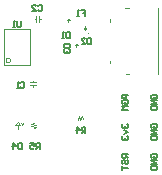
<source format=gbr>
%TF.GenerationSoftware,Altium Limited,Altium Designer,20.1.8 (145)*%
G04 Layer_Color=15790320*
%FSLAX45Y45*%
%MOMM*%
%TF.SameCoordinates,69C50D53-9BFA-4F85-B750-FB8D41B2BBF4*%
%TF.FilePolarity,Positive*%
%TF.FileFunction,Legend,Bot*%
%TF.Part,Single*%
G01*
G75*
%TA.AperFunction,NonConductor*%
%ADD26C,0.10000*%
%ADD27C,0.10160*%
%ADD28C,0.15000*%
D26*
X1088478Y1354076D02*
G03*
X1088478Y1354076I-5000J0D01*
G01*
X1279047Y1197022D02*
G03*
X1279047Y1197022I-5000J0D01*
G01*
X1152851Y1141675D02*
G03*
X1152851Y1141675I-5000J0D01*
G01*
X732748Y397779D02*
G03*
X732748Y397779I-5000J0D01*
G01*
D27*
X620841Y967524D02*
G03*
X620841Y967524I-20000J0D01*
G01*
X1865512Y849022D02*
Y1415022D01*
X1588251D02*
X1625512D01*
X1460512Y1297283D02*
Y1317284D01*
X1594778Y849022D02*
X1625512D01*
X1460512Y946022D02*
Y966022D01*
X1108476Y1293875D02*
Y1321815D01*
X1121176Y1309115D01*
X1098316Y1309115D02*
X1121176Y1309115D01*
X1098316Y1309115D02*
X1108476Y1321815D01*
X1249049Y1229283D02*
X1259209Y1241982D01*
X1236349Y1241983D02*
X1259209Y1241982D01*
X1236349Y1241983D02*
X1249049Y1229283D01*
Y1257223D01*
X1172849Y1081474D02*
Y1109414D01*
X1185549Y1096714D01*
X1162689Y1096715D02*
X1185549Y1096714D01*
X1162689Y1096715D02*
X1172849Y1109414D01*
X677748Y385279D02*
Y417779D01*
X702748D01*
X677748Y445280D02*
X702748Y417779D01*
X652749D02*
X677748Y445280D01*
X652749Y417779D02*
X677748D01*
X712748Y425279D02*
X722748Y435279D01*
X705249D02*
X715249Y445279D01*
X793563Y430280D02*
X818563Y440279D01*
X793563Y430280D02*
X831063Y420280D01*
X793563Y410280D02*
X831063Y420280D01*
X793563Y410280D02*
X831063Y400280D01*
X813563Y395279D02*
X831063Y400280D01*
X805451Y782140D02*
Y794640D01*
Y744640D02*
Y757139D01*
X780451Y782140D02*
X830451D01*
X780451Y757139D02*
X830451D01*
X567041Y931824D02*
Y1231824D01*
X787041Y931824D02*
Y1231824D01*
X567041Y931824D02*
X787041D01*
X567041Y1231824D02*
X787041D01*
X825655Y1318260D02*
X838155D01*
X863155D02*
X875655D01*
X838155Y1293260D02*
Y1343260D01*
X863155Y1293260D02*
Y1343260D01*
X1185435Y477312D02*
X1190435Y459812D01*
X1200435Y497312D01*
X1210435Y459812D01*
X1220435Y497312D01*
X1230435Y472312D01*
D28*
X1610740Y174264D02*
X1560756D01*
Y149272D01*
X1569087Y140942D01*
X1585748D01*
X1594079Y149272D01*
Y174264D01*
Y157603D02*
X1610740Y140942D01*
X1569087Y90958D02*
X1560756Y99289D01*
Y115950D01*
X1569087Y124281D01*
X1577417D01*
X1585748Y115950D01*
Y99289D01*
X1594079Y90958D01*
X1602409D01*
X1610740Y99289D01*
Y115950D01*
X1602409Y124281D01*
X1560756Y74297D02*
Y40975D01*
Y57636D01*
X1610740D01*
X1569087Y425725D02*
X1560757Y417394D01*
Y400733D01*
X1569087Y392402D01*
X1577418D01*
X1585748Y400733D01*
Y409064D01*
Y400733D01*
X1594079Y392402D01*
X1602410D01*
X1610740Y400733D01*
Y417394D01*
X1602410Y425725D01*
X1577418Y375741D02*
X1610740Y359080D01*
X1577418Y342419D01*
X1569087Y325758D02*
X1560757Y317427D01*
Y300766D01*
X1569087Y292435D01*
X1577418D01*
X1585748Y300766D01*
Y309096D01*
Y300766D01*
X1594079Y292435D01*
X1602410D01*
X1610740Y300766D01*
Y317427D01*
X1602410Y325758D01*
X1818007Y645895D02*
X1809677Y654225D01*
Y670886D01*
X1818007Y679217D01*
X1851330D01*
X1859660Y670886D01*
Y654225D01*
X1851330Y645895D01*
X1834668D01*
Y662556D01*
X1859660Y629233D02*
X1809677D01*
X1859660Y595911D01*
X1809677D01*
Y579250D02*
X1859660D01*
Y554258D01*
X1851330Y545927D01*
X1818007D01*
X1809677Y554258D01*
Y579250D01*
X1610740Y679217D02*
X1560757D01*
Y654225D01*
X1569087Y645895D01*
X1585748D01*
X1594079Y654225D01*
Y679217D01*
X1569087Y595911D02*
X1560757Y604242D01*
Y620903D01*
X1569087Y629233D01*
X1602410D01*
X1610740Y620903D01*
Y604242D01*
X1602410Y595911D01*
X1585748D01*
Y612572D01*
X1610740Y579250D02*
X1560757D01*
X1577418Y562589D01*
X1560757Y545927D01*
X1610740D01*
X1818007Y140942D02*
X1809677Y149273D01*
Y165934D01*
X1818007Y174265D01*
X1851330D01*
X1859660Y165934D01*
Y149273D01*
X1851330Y140942D01*
X1834668D01*
Y157604D01*
X1859660Y124281D02*
X1809677D01*
X1859660Y90959D01*
X1809677D01*
Y74298D02*
X1859660D01*
Y49306D01*
X1851330Y40975D01*
X1818007D01*
X1809677Y49306D01*
Y74298D01*
X1818007Y392402D02*
X1809677Y400733D01*
Y417394D01*
X1818007Y425725D01*
X1851330D01*
X1859660Y417394D01*
Y400733D01*
X1851330Y392402D01*
X1834668D01*
Y409064D01*
X1859660Y375741D02*
X1809677D01*
X1859660Y342419D01*
X1809677D01*
Y325758D02*
X1859660D01*
Y300766D01*
X1851330Y292435D01*
X1818007D01*
X1809677Y300766D01*
Y325758D01*
X1213587Y1395384D02*
X1246909D01*
Y1370392D01*
X1230248D01*
X1246909D01*
Y1345400D01*
X1196925D02*
X1180264D01*
X1188595D01*
Y1395384D01*
X1196925Y1387054D01*
X705950Y1304806D02*
Y1263153D01*
X697619Y1254822D01*
X680958D01*
X672628Y1263153D01*
Y1304806D01*
X655966Y1254822D02*
X639305D01*
X647636D01*
Y1304806D01*
X655966Y1296475D01*
X869979Y216536D02*
Y266519D01*
X844987D01*
X836656Y258189D01*
Y241528D01*
X844987Y233197D01*
X869979D01*
X853318D02*
X836656Y216536D01*
X786673Y266519D02*
X819995D01*
Y241528D01*
X803334Y249858D01*
X795003D01*
X786673Y241528D01*
Y224866D01*
X795003Y216536D01*
X811664D01*
X819995Y224866D01*
X1252915Y354101D02*
Y404085D01*
X1227923D01*
X1219593Y395755D01*
Y379093D01*
X1227923Y370763D01*
X1252915D01*
X1236254D02*
X1219593Y354101D01*
X1177940D02*
Y404085D01*
X1202932Y379093D01*
X1169609D01*
X717597Y266713D02*
Y216729D01*
X692605D01*
X684274Y225060D01*
Y258382D01*
X692605Y266713D01*
X717597D01*
X642622Y216729D02*
Y266713D01*
X667613Y241721D01*
X634291D01*
X1070357Y1110878D02*
X1120340D01*
Y1085886D01*
X1112010Y1077556D01*
X1078687D01*
X1070357Y1085886D01*
Y1110878D01*
X1078687Y1060895D02*
X1070357Y1052564D01*
Y1035903D01*
X1078687Y1027572D01*
X1087018D01*
X1095349Y1035903D01*
Y1044233D01*
Y1035903D01*
X1103679Y1027572D01*
X1112010D01*
X1120340Y1035903D01*
Y1052564D01*
X1112010Y1060895D01*
X1302789Y1158363D02*
Y1108380D01*
X1277797D01*
X1269466Y1116710D01*
Y1150033D01*
X1277797Y1158363D01*
X1302789D01*
X1219482Y1108380D02*
X1252805D01*
X1219482Y1141702D01*
Y1150033D01*
X1227813Y1158363D01*
X1244474D01*
X1252805Y1150033D01*
X1121332Y1211951D02*
Y1161968D01*
X1096340D01*
X1088009Y1170298D01*
Y1203621D01*
X1096340Y1211951D01*
X1121332D01*
X1071348Y1161968D02*
X1054687D01*
X1063017D01*
Y1211951D01*
X1071348Y1203621D01*
X851333Y1429628D02*
X859664Y1437959D01*
X876325D01*
X884656Y1429628D01*
Y1396306D01*
X876325Y1387975D01*
X859664D01*
X851333Y1396306D01*
X801350Y1387975D02*
X834672D01*
X801350Y1421297D01*
Y1429628D01*
X809680Y1437959D01*
X826342D01*
X834672Y1429628D01*
X702748Y773801D02*
X711079Y782131D01*
X727740D01*
X736071Y773801D01*
Y740478D01*
X727740Y732148D01*
X711079D01*
X702748Y740478D01*
X686087Y732148D02*
X669426D01*
X677756D01*
Y782131D01*
X686087Y773801D01*
%TF.MD5,856e77329cb938b939a65acc0bdab916*%
M02*

</source>
